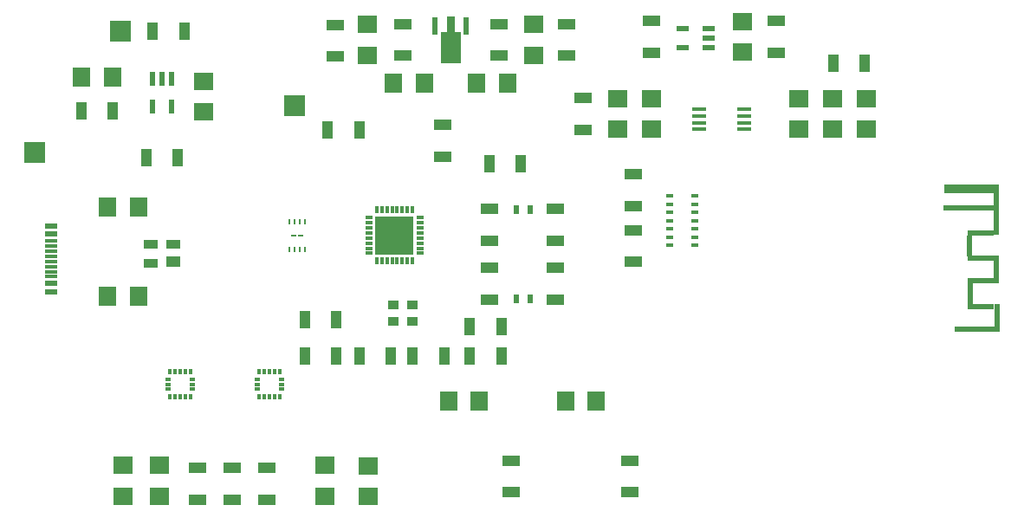
<source format=gtp>
G04*
G04 #@! TF.GenerationSoftware,Altium Limited,Altium Designer,23.2.1 (34)*
G04*
G04 Layer_Color=8421504*
%FSLAX44Y44*%
%MOMM*%
G71*
G04*
G04 #@! TF.SameCoordinates,8496A63A-E985-4FE9-BA7E-BC2AAF8C8172*
G04*
G04*
G04 #@! TF.FilePolarity,Positive*
G04*
G01*
G75*
%ADD17R,0.5000X0.2000*%
%ADD18R,0.2000X0.5500*%
%ADD19R,2.0000X2.0000*%
%ADD20R,2.0000X2.0000*%
%ADD21R,1.8000X1.8400*%
%ADD22R,0.3000X0.5500*%
%ADD23R,0.5500X0.3000*%
%ADD24R,1.0000X1.8000*%
%ADD25R,1.8000X1.0000*%
%ADD26R,1.4000X0.4500*%
%ADD27R,1.1500X0.3000*%
%ADD28R,1.1500X0.6000*%
%ADD29R,0.6250X0.8500*%
G04:AMPARAMS|DCode=30|XSize=1.1mm|YSize=1.73mm|CornerRadius=0.11mm|HoleSize=0mm|Usage=FLASHONLY|Rotation=0.000|XOffset=0mm|YOffset=0mm|HoleType=Round|Shape=RoundedRectangle|*
%AMROUNDEDRECTD30*
21,1,1.1000,1.5100,0,0,0.0*
21,1,0.8800,1.7300,0,0,0.0*
1,1,0.2200,0.4400,-0.7550*
1,1,0.2200,-0.4400,-0.7550*
1,1,0.2200,-0.4400,0.7550*
1,1,0.2200,0.4400,0.7550*
%
%ADD30ROUNDEDRECTD30*%
%ADD31R,1.8400X1.8000*%
%ADD32R,0.5588X1.3208*%
%ADD33R,0.3000X0.6000*%
%ADD34R,0.6000X0.3000*%
%ADD35R,0.7500X0.3500*%
%ADD36R,1.1500X0.6000*%
%ADD37R,0.3000X0.8000*%
G04:AMPARAMS|DCode=38|XSize=1.1mm|YSize=1.73mm|CornerRadius=0.11mm|HoleSize=0mm|Usage=FLASHONLY|Rotation=90.000|XOffset=0mm|YOffset=0mm|HoleType=Round|Shape=RoundedRectangle|*
%AMROUNDEDRECTD38*
21,1,1.1000,1.5100,0,0,90.0*
21,1,0.8800,1.7300,0,0,90.0*
1,1,0.2200,0.7550,0.4400*
1,1,0.2200,0.7550,-0.4400*
1,1,0.2200,-0.7550,-0.4400*
1,1,0.2200,-0.7550,0.4400*
%
%ADD38ROUNDEDRECTD38*%
%ADD39C,1.7397*%
%ADD40R,0.5800X1.7300*%
%ADD41R,1.0000X0.9000*%
%ADD42R,4.9000X0.9000*%
%ADD43R,4.9000X0.5000*%
%ADD44R,0.5000X5.0000*%
%ADD45R,2.6400X0.5000*%
%ADD46R,0.5000X2.0000*%
%ADD47R,0.5000X2.7000*%
%ADD48R,3.9400X0.5000*%
%ADD49R,1.4000X1.1000*%
%ADD50R,1.4000X0.9000*%
%ADD51R,0.8000X0.3000*%
%ADD52R,3.7500X3.7500*%
G36*
X831960Y1116960D02*
X837825D01*
Y1086660D01*
X818495D01*
Y1116960D01*
X824360D01*
Y1131960D01*
X831960D01*
Y1116960D01*
D02*
G37*
D17*
X674669Y918210D02*
D03*
X681669D02*
D03*
D18*
X670680Y931960D02*
D03*
X675680D02*
D03*
X680680D02*
D03*
X685680D02*
D03*
X685680Y904460D02*
D03*
X680680Y904460D02*
D03*
X675680D02*
D03*
X670680Y904460D02*
D03*
D19*
X421640Y999490D02*
D03*
X505460Y1117600D02*
D03*
D20*
X675640Y1045210D02*
D03*
D21*
X883680Y1066800D02*
D03*
X853680D02*
D03*
X772400D02*
D03*
X802400D02*
D03*
X825980Y756329D02*
D03*
X855980D02*
D03*
X940280D02*
D03*
X970280D02*
D03*
X467600Y1073150D02*
D03*
X497600D02*
D03*
X493000Y946347D02*
D03*
X523000D02*
D03*
X493000Y858520D02*
D03*
X523000D02*
D03*
D22*
X573984Y784801D02*
D03*
X568984D02*
D03*
X563984D02*
D03*
X558984D02*
D03*
X553984D02*
D03*
Y760801D02*
D03*
X558984D02*
D03*
X563984D02*
D03*
X568984D02*
D03*
X573984D02*
D03*
D23*
X551984Y777801D02*
D03*
Y772801D02*
D03*
Y767801D02*
D03*
X575984D02*
D03*
Y772801D02*
D03*
Y777801D02*
D03*
D24*
X847020Y800100D02*
D03*
X878020D02*
D03*
X739140Y1021080D02*
D03*
X708140D02*
D03*
X865880Y988060D02*
D03*
X896880D02*
D03*
X847020Y829310D02*
D03*
X878020D02*
D03*
X536950Y1117600D02*
D03*
X567950D02*
D03*
X530600Y994410D02*
D03*
X561600D02*
D03*
X685589Y835922D02*
D03*
X716589D02*
D03*
X685588Y800100D02*
D03*
X716588D02*
D03*
X1233145Y1086211D02*
D03*
X1202145D02*
D03*
X738880Y800100D02*
D03*
X769880D02*
D03*
X821950D02*
D03*
X790950D02*
D03*
D25*
X820420Y995420D02*
D03*
Y1026420D02*
D03*
X930910Y912870D02*
D03*
Y943870D02*
D03*
X1003540Y698169D02*
D03*
Y667169D02*
D03*
X887143Y698169D02*
D03*
Y667169D02*
D03*
X866140Y943870D02*
D03*
Y912870D02*
D03*
X957295Y1052418D02*
D03*
Y1021418D02*
D03*
X1007110Y923290D02*
D03*
Y892290D02*
D03*
Y947160D02*
D03*
Y978160D02*
D03*
X648619Y691051D02*
D03*
Y660051D02*
D03*
X580784D02*
D03*
Y691051D02*
D03*
X614997D02*
D03*
Y660051D02*
D03*
X1024605Y1096750D02*
D03*
Y1127750D02*
D03*
X1146641Y1096750D02*
D03*
Y1127750D02*
D03*
X875150Y1094000D02*
D03*
Y1125000D02*
D03*
X781170D02*
D03*
Y1094000D02*
D03*
X866140Y855586D02*
D03*
Y886586D02*
D03*
X930910Y855586D02*
D03*
Y886586D02*
D03*
D26*
X1071185Y1041418D02*
D03*
Y1034918D02*
D03*
Y1028418D02*
D03*
Y1021918D02*
D03*
X1115185D02*
D03*
Y1028418D02*
D03*
Y1034918D02*
D03*
Y1041418D02*
D03*
D27*
X437795Y897850D02*
D03*
Y892850D02*
D03*
Y887850D02*
D03*
Y902850D02*
D03*
Y907850D02*
D03*
Y912850D02*
D03*
Y882850D02*
D03*
Y877850D02*
D03*
D28*
Y919350D02*
D03*
Y927350D02*
D03*
Y871350D02*
D03*
Y863350D02*
D03*
D29*
X892535Y943490D02*
D03*
X905785D02*
D03*
Y855846D02*
D03*
X892535D02*
D03*
D30*
X467500Y1040130D02*
D03*
X497700D02*
D03*
D31*
X586740Y1039100D02*
D03*
Y1069100D02*
D03*
X747755Y693061D02*
D03*
Y663061D02*
D03*
X705486Y693300D02*
D03*
Y663301D02*
D03*
X508441Y663301D02*
D03*
Y693301D02*
D03*
X543201Y663301D02*
D03*
Y693300D02*
D03*
X1113621Y1127250D02*
D03*
Y1097250D02*
D03*
X1168115Y1021918D02*
D03*
Y1051918D02*
D03*
X1201135Y1021918D02*
D03*
Y1051918D02*
D03*
X1234155Y1021918D02*
D03*
Y1051918D02*
D03*
X1024605Y1021918D02*
D03*
Y1051918D02*
D03*
X991585Y1021918D02*
D03*
Y1051918D02*
D03*
X909440Y1094500D02*
D03*
Y1124500D02*
D03*
X746880D02*
D03*
Y1094500D02*
D03*
D32*
X555498Y1044194D02*
D03*
X536702D02*
D03*
Y1071626D02*
D03*
X546100D02*
D03*
X555498D02*
D03*
D33*
X661038Y784801D02*
D03*
X656037D02*
D03*
X651038D02*
D03*
X646038D02*
D03*
X641038D02*
D03*
Y760801D02*
D03*
X646038D02*
D03*
X651038D02*
D03*
X656037D02*
D03*
X661038D02*
D03*
D34*
X639038Y777801D02*
D03*
Y772801D02*
D03*
Y767801D02*
D03*
X663037D02*
D03*
Y772801D02*
D03*
Y777801D02*
D03*
D35*
X1066670Y908560D02*
D03*
Y916560D02*
D03*
Y924560D02*
D03*
Y932560D02*
D03*
Y940560D02*
D03*
Y948560D02*
D03*
Y956560D02*
D03*
X1042670D02*
D03*
Y948560D02*
D03*
Y940560D02*
D03*
Y932560D02*
D03*
Y924560D02*
D03*
Y916560D02*
D03*
Y908560D02*
D03*
D36*
X1055401Y1101480D02*
D03*
Y1120480D02*
D03*
X1080401D02*
D03*
Y1110980D02*
D03*
Y1101480D02*
D03*
D37*
X765930Y943210D02*
D03*
X790930D02*
D03*
X785930D02*
D03*
X780930D02*
D03*
X775930D02*
D03*
X770930D02*
D03*
X760930D02*
D03*
X755930D02*
D03*
Y893210D02*
D03*
X760930D02*
D03*
X765930D02*
D03*
X770930D02*
D03*
X775930D02*
D03*
X780930D02*
D03*
X785930D02*
D03*
X790930D02*
D03*
D38*
X941190Y1094400D02*
D03*
Y1124600D02*
D03*
X715130Y1123330D02*
D03*
Y1093130D02*
D03*
D39*
X828160Y1105500D02*
D03*
D40*
X813160Y1123310D02*
D03*
X843160D02*
D03*
D41*
X790660Y849890D02*
D03*
X772160D02*
D03*
Y834390D02*
D03*
X790660D02*
D03*
D42*
X1334828Y963504D02*
D03*
D43*
X1334770Y944880D02*
D03*
D44*
X1361680Y943006D02*
D03*
D45*
X1346279Y920530D02*
D03*
X1346267Y895737D02*
D03*
X1346401Y873711D02*
D03*
X1346429Y848837D02*
D03*
D46*
X1335563Y908139D02*
D03*
X1335735Y861267D02*
D03*
D47*
X1361861Y884729D02*
D03*
X1362049Y837838D02*
D03*
D48*
X1340096Y826834D02*
D03*
D49*
X557100Y892930D02*
D03*
D50*
Y909930D02*
D03*
X535100D02*
D03*
Y890930D02*
D03*
D51*
X798430Y900710D02*
D03*
Y905710D02*
D03*
Y910710D02*
D03*
Y915710D02*
D03*
Y920710D02*
D03*
Y925710D02*
D03*
Y930710D02*
D03*
Y935710D02*
D03*
X748430D02*
D03*
Y930710D02*
D03*
Y925710D02*
D03*
Y920710D02*
D03*
Y915710D02*
D03*
Y910710D02*
D03*
Y905710D02*
D03*
Y900710D02*
D03*
D52*
X773430Y918210D02*
D03*
M02*

</source>
